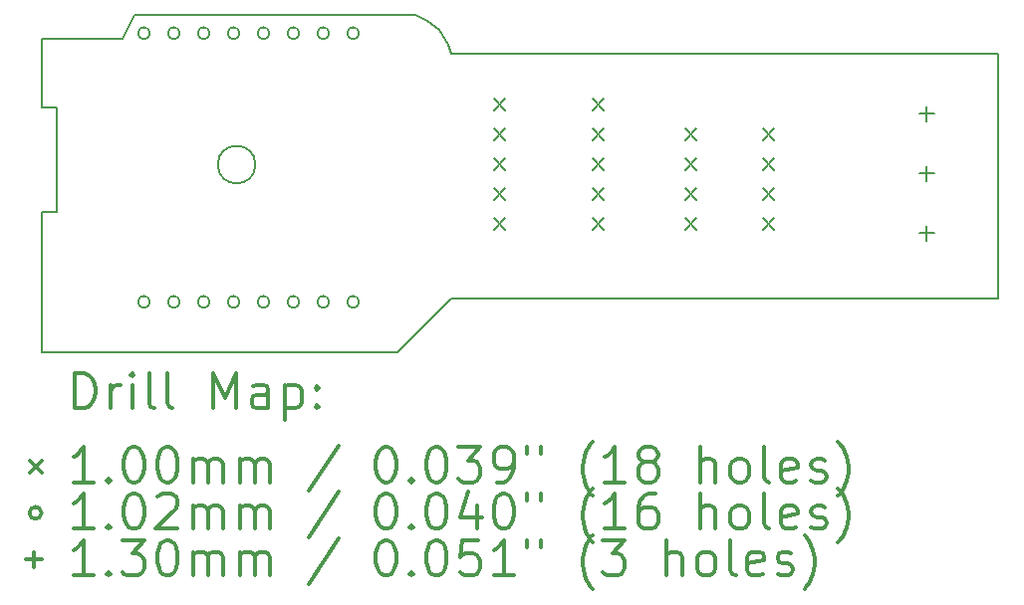
<source format=gbr>
%FSLAX45Y45*%
G04 Gerber Fmt 4.5, Leading zero omitted, Abs format (unit mm)*
G04 Created by KiCad (PCBNEW (5.0.2)-1) date 04/02/2021 11:14:41*
%MOMM*%
%LPD*%
G01*
G04 APERTURE LIST*
%ADD10C,0.150000*%
%ADD11C,0.200000*%
%ADD12C,0.300000*%
G04 APERTURE END LIST*
D10*
X11564600Y-12776200D02*
G75*
G03X11564600Y-12776200I-160000J0D01*
G01*
X17881600Y-11836400D02*
X17881600Y-13919200D01*
X14808200Y-11836400D02*
X17881600Y-11836400D01*
X13741400Y-11836400D02*
X14808200Y-11836400D01*
X13233400Y-11836400D02*
X13741400Y-11836400D01*
X13208000Y-11760200D02*
X13233400Y-11836400D01*
X13131800Y-11633200D02*
X13208000Y-11760200D01*
X13030200Y-11557000D02*
X13131800Y-11633200D01*
X12928600Y-11506200D02*
X13030200Y-11557000D01*
X12801600Y-11506200D02*
X12928600Y-11506200D01*
X10541000Y-11506200D02*
X12801600Y-11506200D01*
X10439400Y-11709400D02*
X10541000Y-11506200D01*
X9753600Y-11709400D02*
X10439400Y-11709400D01*
X9753600Y-12293600D02*
X9753600Y-11709400D01*
X9880600Y-12293600D02*
X9753600Y-12293600D01*
X9880600Y-13182600D02*
X9880600Y-12293600D01*
X9753600Y-13182600D02*
X9880600Y-13182600D01*
X9753600Y-14376400D02*
X9753600Y-13182600D01*
X13233400Y-13919200D02*
X17881600Y-13919200D01*
X12776200Y-14376400D02*
X13233400Y-13919200D01*
X12750800Y-14376400D02*
X12776200Y-14376400D01*
X10947400Y-14376400D02*
X12750800Y-14376400D01*
X10947400Y-14376400D02*
X9753600Y-14376400D01*
D11*
X13589800Y-12472200D02*
X13689800Y-12572200D01*
X13689800Y-12472200D02*
X13589800Y-12572200D01*
X15215400Y-12980200D02*
X15315400Y-13080200D01*
X15315400Y-12980200D02*
X15215400Y-13080200D01*
X15215400Y-13234200D02*
X15315400Y-13334200D01*
X15315400Y-13234200D02*
X15215400Y-13334200D01*
X14428000Y-12218200D02*
X14528000Y-12318200D01*
X14528000Y-12218200D02*
X14428000Y-12318200D01*
X14428000Y-12472200D02*
X14528000Y-12572200D01*
X14528000Y-12472200D02*
X14428000Y-12572200D01*
X14428000Y-12726200D02*
X14528000Y-12826200D01*
X14528000Y-12726200D02*
X14428000Y-12826200D01*
X14428000Y-12980200D02*
X14528000Y-13080200D01*
X14528000Y-12980200D02*
X14428000Y-13080200D01*
X14428000Y-13234200D02*
X14528000Y-13334200D01*
X14528000Y-13234200D02*
X14428000Y-13334200D01*
X15875800Y-12472200D02*
X15975800Y-12572200D01*
X15975800Y-12472200D02*
X15875800Y-12572200D01*
X15875800Y-12726200D02*
X15975800Y-12826200D01*
X15975800Y-12726200D02*
X15875800Y-12826200D01*
X15875800Y-12980200D02*
X15975800Y-13080200D01*
X15975800Y-12980200D02*
X15875800Y-13080200D01*
X15875800Y-13234200D02*
X15975800Y-13334200D01*
X15975800Y-13234200D02*
X15875800Y-13334200D01*
X13589800Y-12218200D02*
X13689800Y-12318200D01*
X13689800Y-12218200D02*
X13589800Y-12318200D01*
X13589800Y-12726200D02*
X13689800Y-12826200D01*
X13689800Y-12726200D02*
X13589800Y-12826200D01*
X13589800Y-12980200D02*
X13689800Y-13080200D01*
X13689800Y-12980200D02*
X13589800Y-13080200D01*
X13589800Y-13234200D02*
X13689800Y-13334200D01*
X13689800Y-13234200D02*
X13589800Y-13334200D01*
X15215400Y-12472200D02*
X15315400Y-12572200D01*
X15315400Y-12472200D02*
X15215400Y-12572200D01*
X15215400Y-12726200D02*
X15315400Y-12826200D01*
X15315400Y-12726200D02*
X15215400Y-12826200D01*
X10668000Y-11658600D02*
G75*
G03X10668000Y-11658600I-50800J0D01*
G01*
X10668000Y-13944600D02*
G75*
G03X10668000Y-13944600I-50800J0D01*
G01*
X10922000Y-11658600D02*
G75*
G03X10922000Y-11658600I-50800J0D01*
G01*
X10922000Y-13944600D02*
G75*
G03X10922000Y-13944600I-50800J0D01*
G01*
X11176000Y-11658600D02*
G75*
G03X11176000Y-11658600I-50800J0D01*
G01*
X11176000Y-13944600D02*
G75*
G03X11176000Y-13944600I-50800J0D01*
G01*
X11430000Y-11658600D02*
G75*
G03X11430000Y-11658600I-50800J0D01*
G01*
X11430000Y-13944600D02*
G75*
G03X11430000Y-13944600I-50800J0D01*
G01*
X11684000Y-11658600D02*
G75*
G03X11684000Y-11658600I-50800J0D01*
G01*
X11684000Y-13944600D02*
G75*
G03X11684000Y-13944600I-50800J0D01*
G01*
X11938000Y-11658600D02*
G75*
G03X11938000Y-11658600I-50800J0D01*
G01*
X11938000Y-13944600D02*
G75*
G03X11938000Y-13944600I-50800J0D01*
G01*
X12192000Y-11658600D02*
G75*
G03X12192000Y-11658600I-50800J0D01*
G01*
X12192000Y-13944600D02*
G75*
G03X12192000Y-13944600I-50800J0D01*
G01*
X12446000Y-11658600D02*
G75*
G03X12446000Y-11658600I-50800J0D01*
G01*
X12446000Y-13944600D02*
G75*
G03X12446000Y-13944600I-50800J0D01*
G01*
X17272000Y-12279400D02*
X17272000Y-12409400D01*
X17207000Y-12344400D02*
X17337000Y-12344400D01*
X17272000Y-12787400D02*
X17272000Y-12917400D01*
X17207000Y-12852400D02*
X17337000Y-12852400D01*
X17272000Y-13295400D02*
X17272000Y-13425400D01*
X17207000Y-13360400D02*
X17337000Y-13360400D01*
D12*
X10032528Y-14849614D02*
X10032528Y-14549614D01*
X10103957Y-14549614D01*
X10146814Y-14563900D01*
X10175386Y-14592471D01*
X10189671Y-14621043D01*
X10203957Y-14678186D01*
X10203957Y-14721043D01*
X10189671Y-14778186D01*
X10175386Y-14806757D01*
X10146814Y-14835329D01*
X10103957Y-14849614D01*
X10032528Y-14849614D01*
X10332528Y-14849614D02*
X10332528Y-14649614D01*
X10332528Y-14706757D02*
X10346814Y-14678186D01*
X10361100Y-14663900D01*
X10389671Y-14649614D01*
X10418243Y-14649614D01*
X10518243Y-14849614D02*
X10518243Y-14649614D01*
X10518243Y-14549614D02*
X10503957Y-14563900D01*
X10518243Y-14578186D01*
X10532528Y-14563900D01*
X10518243Y-14549614D01*
X10518243Y-14578186D01*
X10703957Y-14849614D02*
X10675386Y-14835329D01*
X10661100Y-14806757D01*
X10661100Y-14549614D01*
X10861100Y-14849614D02*
X10832528Y-14835329D01*
X10818243Y-14806757D01*
X10818243Y-14549614D01*
X11203957Y-14849614D02*
X11203957Y-14549614D01*
X11303957Y-14763900D01*
X11403957Y-14549614D01*
X11403957Y-14849614D01*
X11675386Y-14849614D02*
X11675386Y-14692471D01*
X11661100Y-14663900D01*
X11632528Y-14649614D01*
X11575386Y-14649614D01*
X11546814Y-14663900D01*
X11675386Y-14835329D02*
X11646814Y-14849614D01*
X11575386Y-14849614D01*
X11546814Y-14835329D01*
X11532528Y-14806757D01*
X11532528Y-14778186D01*
X11546814Y-14749614D01*
X11575386Y-14735329D01*
X11646814Y-14735329D01*
X11675386Y-14721043D01*
X11818243Y-14649614D02*
X11818243Y-14949614D01*
X11818243Y-14663900D02*
X11846814Y-14649614D01*
X11903957Y-14649614D01*
X11932528Y-14663900D01*
X11946814Y-14678186D01*
X11961100Y-14706757D01*
X11961100Y-14792471D01*
X11946814Y-14821043D01*
X11932528Y-14835329D01*
X11903957Y-14849614D01*
X11846814Y-14849614D01*
X11818243Y-14835329D01*
X12089671Y-14821043D02*
X12103957Y-14835329D01*
X12089671Y-14849614D01*
X12075386Y-14835329D01*
X12089671Y-14821043D01*
X12089671Y-14849614D01*
X12089671Y-14663900D02*
X12103957Y-14678186D01*
X12089671Y-14692471D01*
X12075386Y-14678186D01*
X12089671Y-14663900D01*
X12089671Y-14692471D01*
X9646100Y-15293900D02*
X9746100Y-15393900D01*
X9746100Y-15293900D02*
X9646100Y-15393900D01*
X10189671Y-15479614D02*
X10018243Y-15479614D01*
X10103957Y-15479614D02*
X10103957Y-15179614D01*
X10075386Y-15222471D01*
X10046814Y-15251043D01*
X10018243Y-15265329D01*
X10318243Y-15451043D02*
X10332528Y-15465329D01*
X10318243Y-15479614D01*
X10303957Y-15465329D01*
X10318243Y-15451043D01*
X10318243Y-15479614D01*
X10518243Y-15179614D02*
X10546814Y-15179614D01*
X10575386Y-15193900D01*
X10589671Y-15208186D01*
X10603957Y-15236757D01*
X10618243Y-15293900D01*
X10618243Y-15365329D01*
X10603957Y-15422471D01*
X10589671Y-15451043D01*
X10575386Y-15465329D01*
X10546814Y-15479614D01*
X10518243Y-15479614D01*
X10489671Y-15465329D01*
X10475386Y-15451043D01*
X10461100Y-15422471D01*
X10446814Y-15365329D01*
X10446814Y-15293900D01*
X10461100Y-15236757D01*
X10475386Y-15208186D01*
X10489671Y-15193900D01*
X10518243Y-15179614D01*
X10803957Y-15179614D02*
X10832528Y-15179614D01*
X10861100Y-15193900D01*
X10875386Y-15208186D01*
X10889671Y-15236757D01*
X10903957Y-15293900D01*
X10903957Y-15365329D01*
X10889671Y-15422471D01*
X10875386Y-15451043D01*
X10861100Y-15465329D01*
X10832528Y-15479614D01*
X10803957Y-15479614D01*
X10775386Y-15465329D01*
X10761100Y-15451043D01*
X10746814Y-15422471D01*
X10732528Y-15365329D01*
X10732528Y-15293900D01*
X10746814Y-15236757D01*
X10761100Y-15208186D01*
X10775386Y-15193900D01*
X10803957Y-15179614D01*
X11032528Y-15479614D02*
X11032528Y-15279614D01*
X11032528Y-15308186D02*
X11046814Y-15293900D01*
X11075386Y-15279614D01*
X11118243Y-15279614D01*
X11146814Y-15293900D01*
X11161100Y-15322471D01*
X11161100Y-15479614D01*
X11161100Y-15322471D02*
X11175386Y-15293900D01*
X11203957Y-15279614D01*
X11246814Y-15279614D01*
X11275386Y-15293900D01*
X11289671Y-15322471D01*
X11289671Y-15479614D01*
X11432528Y-15479614D02*
X11432528Y-15279614D01*
X11432528Y-15308186D02*
X11446814Y-15293900D01*
X11475386Y-15279614D01*
X11518243Y-15279614D01*
X11546814Y-15293900D01*
X11561100Y-15322471D01*
X11561100Y-15479614D01*
X11561100Y-15322471D02*
X11575386Y-15293900D01*
X11603957Y-15279614D01*
X11646814Y-15279614D01*
X11675386Y-15293900D01*
X11689671Y-15322471D01*
X11689671Y-15479614D01*
X12275386Y-15165329D02*
X12018243Y-15551043D01*
X12661100Y-15179614D02*
X12689671Y-15179614D01*
X12718243Y-15193900D01*
X12732528Y-15208186D01*
X12746814Y-15236757D01*
X12761100Y-15293900D01*
X12761100Y-15365329D01*
X12746814Y-15422471D01*
X12732528Y-15451043D01*
X12718243Y-15465329D01*
X12689671Y-15479614D01*
X12661100Y-15479614D01*
X12632528Y-15465329D01*
X12618243Y-15451043D01*
X12603957Y-15422471D01*
X12589671Y-15365329D01*
X12589671Y-15293900D01*
X12603957Y-15236757D01*
X12618243Y-15208186D01*
X12632528Y-15193900D01*
X12661100Y-15179614D01*
X12889671Y-15451043D02*
X12903957Y-15465329D01*
X12889671Y-15479614D01*
X12875386Y-15465329D01*
X12889671Y-15451043D01*
X12889671Y-15479614D01*
X13089671Y-15179614D02*
X13118243Y-15179614D01*
X13146814Y-15193900D01*
X13161100Y-15208186D01*
X13175386Y-15236757D01*
X13189671Y-15293900D01*
X13189671Y-15365329D01*
X13175386Y-15422471D01*
X13161100Y-15451043D01*
X13146814Y-15465329D01*
X13118243Y-15479614D01*
X13089671Y-15479614D01*
X13061100Y-15465329D01*
X13046814Y-15451043D01*
X13032528Y-15422471D01*
X13018243Y-15365329D01*
X13018243Y-15293900D01*
X13032528Y-15236757D01*
X13046814Y-15208186D01*
X13061100Y-15193900D01*
X13089671Y-15179614D01*
X13289671Y-15179614D02*
X13475386Y-15179614D01*
X13375386Y-15293900D01*
X13418243Y-15293900D01*
X13446814Y-15308186D01*
X13461100Y-15322471D01*
X13475386Y-15351043D01*
X13475386Y-15422471D01*
X13461100Y-15451043D01*
X13446814Y-15465329D01*
X13418243Y-15479614D01*
X13332528Y-15479614D01*
X13303957Y-15465329D01*
X13289671Y-15451043D01*
X13618243Y-15479614D02*
X13675386Y-15479614D01*
X13703957Y-15465329D01*
X13718243Y-15451043D01*
X13746814Y-15408186D01*
X13761100Y-15351043D01*
X13761100Y-15236757D01*
X13746814Y-15208186D01*
X13732528Y-15193900D01*
X13703957Y-15179614D01*
X13646814Y-15179614D01*
X13618243Y-15193900D01*
X13603957Y-15208186D01*
X13589671Y-15236757D01*
X13589671Y-15308186D01*
X13603957Y-15336757D01*
X13618243Y-15351043D01*
X13646814Y-15365329D01*
X13703957Y-15365329D01*
X13732528Y-15351043D01*
X13746814Y-15336757D01*
X13761100Y-15308186D01*
X13875386Y-15179614D02*
X13875386Y-15236757D01*
X13989671Y-15179614D02*
X13989671Y-15236757D01*
X14432528Y-15593900D02*
X14418243Y-15579614D01*
X14389671Y-15536757D01*
X14375386Y-15508186D01*
X14361100Y-15465329D01*
X14346814Y-15393900D01*
X14346814Y-15336757D01*
X14361100Y-15265329D01*
X14375386Y-15222471D01*
X14389671Y-15193900D01*
X14418243Y-15151043D01*
X14432528Y-15136757D01*
X14703957Y-15479614D02*
X14532528Y-15479614D01*
X14618243Y-15479614D02*
X14618243Y-15179614D01*
X14589671Y-15222471D01*
X14561100Y-15251043D01*
X14532528Y-15265329D01*
X14875386Y-15308186D02*
X14846814Y-15293900D01*
X14832528Y-15279614D01*
X14818243Y-15251043D01*
X14818243Y-15236757D01*
X14832528Y-15208186D01*
X14846814Y-15193900D01*
X14875386Y-15179614D01*
X14932528Y-15179614D01*
X14961100Y-15193900D01*
X14975386Y-15208186D01*
X14989671Y-15236757D01*
X14989671Y-15251043D01*
X14975386Y-15279614D01*
X14961100Y-15293900D01*
X14932528Y-15308186D01*
X14875386Y-15308186D01*
X14846814Y-15322471D01*
X14832528Y-15336757D01*
X14818243Y-15365329D01*
X14818243Y-15422471D01*
X14832528Y-15451043D01*
X14846814Y-15465329D01*
X14875386Y-15479614D01*
X14932528Y-15479614D01*
X14961100Y-15465329D01*
X14975386Y-15451043D01*
X14989671Y-15422471D01*
X14989671Y-15365329D01*
X14975386Y-15336757D01*
X14961100Y-15322471D01*
X14932528Y-15308186D01*
X15346814Y-15479614D02*
X15346814Y-15179614D01*
X15475386Y-15479614D02*
X15475386Y-15322471D01*
X15461100Y-15293900D01*
X15432528Y-15279614D01*
X15389671Y-15279614D01*
X15361100Y-15293900D01*
X15346814Y-15308186D01*
X15661100Y-15479614D02*
X15632528Y-15465329D01*
X15618243Y-15451043D01*
X15603957Y-15422471D01*
X15603957Y-15336757D01*
X15618243Y-15308186D01*
X15632528Y-15293900D01*
X15661100Y-15279614D01*
X15703957Y-15279614D01*
X15732528Y-15293900D01*
X15746814Y-15308186D01*
X15761100Y-15336757D01*
X15761100Y-15422471D01*
X15746814Y-15451043D01*
X15732528Y-15465329D01*
X15703957Y-15479614D01*
X15661100Y-15479614D01*
X15932528Y-15479614D02*
X15903957Y-15465329D01*
X15889671Y-15436757D01*
X15889671Y-15179614D01*
X16161100Y-15465329D02*
X16132528Y-15479614D01*
X16075386Y-15479614D01*
X16046814Y-15465329D01*
X16032528Y-15436757D01*
X16032528Y-15322471D01*
X16046814Y-15293900D01*
X16075386Y-15279614D01*
X16132528Y-15279614D01*
X16161100Y-15293900D01*
X16175386Y-15322471D01*
X16175386Y-15351043D01*
X16032528Y-15379614D01*
X16289671Y-15465329D02*
X16318243Y-15479614D01*
X16375386Y-15479614D01*
X16403957Y-15465329D01*
X16418243Y-15436757D01*
X16418243Y-15422471D01*
X16403957Y-15393900D01*
X16375386Y-15379614D01*
X16332528Y-15379614D01*
X16303957Y-15365329D01*
X16289671Y-15336757D01*
X16289671Y-15322471D01*
X16303957Y-15293900D01*
X16332528Y-15279614D01*
X16375386Y-15279614D01*
X16403957Y-15293900D01*
X16518243Y-15593900D02*
X16532528Y-15579614D01*
X16561100Y-15536757D01*
X16575386Y-15508186D01*
X16589671Y-15465329D01*
X16603957Y-15393900D01*
X16603957Y-15336757D01*
X16589671Y-15265329D01*
X16575386Y-15222471D01*
X16561100Y-15193900D01*
X16532528Y-15151043D01*
X16518243Y-15136757D01*
X9746100Y-15739900D02*
G75*
G03X9746100Y-15739900I-50800J0D01*
G01*
X10189671Y-15875614D02*
X10018243Y-15875614D01*
X10103957Y-15875614D02*
X10103957Y-15575614D01*
X10075386Y-15618471D01*
X10046814Y-15647043D01*
X10018243Y-15661329D01*
X10318243Y-15847043D02*
X10332528Y-15861329D01*
X10318243Y-15875614D01*
X10303957Y-15861329D01*
X10318243Y-15847043D01*
X10318243Y-15875614D01*
X10518243Y-15575614D02*
X10546814Y-15575614D01*
X10575386Y-15589900D01*
X10589671Y-15604186D01*
X10603957Y-15632757D01*
X10618243Y-15689900D01*
X10618243Y-15761329D01*
X10603957Y-15818471D01*
X10589671Y-15847043D01*
X10575386Y-15861329D01*
X10546814Y-15875614D01*
X10518243Y-15875614D01*
X10489671Y-15861329D01*
X10475386Y-15847043D01*
X10461100Y-15818471D01*
X10446814Y-15761329D01*
X10446814Y-15689900D01*
X10461100Y-15632757D01*
X10475386Y-15604186D01*
X10489671Y-15589900D01*
X10518243Y-15575614D01*
X10732528Y-15604186D02*
X10746814Y-15589900D01*
X10775386Y-15575614D01*
X10846814Y-15575614D01*
X10875386Y-15589900D01*
X10889671Y-15604186D01*
X10903957Y-15632757D01*
X10903957Y-15661329D01*
X10889671Y-15704186D01*
X10718243Y-15875614D01*
X10903957Y-15875614D01*
X11032528Y-15875614D02*
X11032528Y-15675614D01*
X11032528Y-15704186D02*
X11046814Y-15689900D01*
X11075386Y-15675614D01*
X11118243Y-15675614D01*
X11146814Y-15689900D01*
X11161100Y-15718471D01*
X11161100Y-15875614D01*
X11161100Y-15718471D02*
X11175386Y-15689900D01*
X11203957Y-15675614D01*
X11246814Y-15675614D01*
X11275386Y-15689900D01*
X11289671Y-15718471D01*
X11289671Y-15875614D01*
X11432528Y-15875614D02*
X11432528Y-15675614D01*
X11432528Y-15704186D02*
X11446814Y-15689900D01*
X11475386Y-15675614D01*
X11518243Y-15675614D01*
X11546814Y-15689900D01*
X11561100Y-15718471D01*
X11561100Y-15875614D01*
X11561100Y-15718471D02*
X11575386Y-15689900D01*
X11603957Y-15675614D01*
X11646814Y-15675614D01*
X11675386Y-15689900D01*
X11689671Y-15718471D01*
X11689671Y-15875614D01*
X12275386Y-15561329D02*
X12018243Y-15947043D01*
X12661100Y-15575614D02*
X12689671Y-15575614D01*
X12718243Y-15589900D01*
X12732528Y-15604186D01*
X12746814Y-15632757D01*
X12761100Y-15689900D01*
X12761100Y-15761329D01*
X12746814Y-15818471D01*
X12732528Y-15847043D01*
X12718243Y-15861329D01*
X12689671Y-15875614D01*
X12661100Y-15875614D01*
X12632528Y-15861329D01*
X12618243Y-15847043D01*
X12603957Y-15818471D01*
X12589671Y-15761329D01*
X12589671Y-15689900D01*
X12603957Y-15632757D01*
X12618243Y-15604186D01*
X12632528Y-15589900D01*
X12661100Y-15575614D01*
X12889671Y-15847043D02*
X12903957Y-15861329D01*
X12889671Y-15875614D01*
X12875386Y-15861329D01*
X12889671Y-15847043D01*
X12889671Y-15875614D01*
X13089671Y-15575614D02*
X13118243Y-15575614D01*
X13146814Y-15589900D01*
X13161100Y-15604186D01*
X13175386Y-15632757D01*
X13189671Y-15689900D01*
X13189671Y-15761329D01*
X13175386Y-15818471D01*
X13161100Y-15847043D01*
X13146814Y-15861329D01*
X13118243Y-15875614D01*
X13089671Y-15875614D01*
X13061100Y-15861329D01*
X13046814Y-15847043D01*
X13032528Y-15818471D01*
X13018243Y-15761329D01*
X13018243Y-15689900D01*
X13032528Y-15632757D01*
X13046814Y-15604186D01*
X13061100Y-15589900D01*
X13089671Y-15575614D01*
X13446814Y-15675614D02*
X13446814Y-15875614D01*
X13375386Y-15561329D02*
X13303957Y-15775614D01*
X13489671Y-15775614D01*
X13661100Y-15575614D02*
X13689671Y-15575614D01*
X13718243Y-15589900D01*
X13732528Y-15604186D01*
X13746814Y-15632757D01*
X13761100Y-15689900D01*
X13761100Y-15761329D01*
X13746814Y-15818471D01*
X13732528Y-15847043D01*
X13718243Y-15861329D01*
X13689671Y-15875614D01*
X13661100Y-15875614D01*
X13632528Y-15861329D01*
X13618243Y-15847043D01*
X13603957Y-15818471D01*
X13589671Y-15761329D01*
X13589671Y-15689900D01*
X13603957Y-15632757D01*
X13618243Y-15604186D01*
X13632528Y-15589900D01*
X13661100Y-15575614D01*
X13875386Y-15575614D02*
X13875386Y-15632757D01*
X13989671Y-15575614D02*
X13989671Y-15632757D01*
X14432528Y-15989900D02*
X14418243Y-15975614D01*
X14389671Y-15932757D01*
X14375386Y-15904186D01*
X14361100Y-15861329D01*
X14346814Y-15789900D01*
X14346814Y-15732757D01*
X14361100Y-15661329D01*
X14375386Y-15618471D01*
X14389671Y-15589900D01*
X14418243Y-15547043D01*
X14432528Y-15532757D01*
X14703957Y-15875614D02*
X14532528Y-15875614D01*
X14618243Y-15875614D02*
X14618243Y-15575614D01*
X14589671Y-15618471D01*
X14561100Y-15647043D01*
X14532528Y-15661329D01*
X14961100Y-15575614D02*
X14903957Y-15575614D01*
X14875386Y-15589900D01*
X14861100Y-15604186D01*
X14832528Y-15647043D01*
X14818243Y-15704186D01*
X14818243Y-15818471D01*
X14832528Y-15847043D01*
X14846814Y-15861329D01*
X14875386Y-15875614D01*
X14932528Y-15875614D01*
X14961100Y-15861329D01*
X14975386Y-15847043D01*
X14989671Y-15818471D01*
X14989671Y-15747043D01*
X14975386Y-15718471D01*
X14961100Y-15704186D01*
X14932528Y-15689900D01*
X14875386Y-15689900D01*
X14846814Y-15704186D01*
X14832528Y-15718471D01*
X14818243Y-15747043D01*
X15346814Y-15875614D02*
X15346814Y-15575614D01*
X15475386Y-15875614D02*
X15475386Y-15718471D01*
X15461100Y-15689900D01*
X15432528Y-15675614D01*
X15389671Y-15675614D01*
X15361100Y-15689900D01*
X15346814Y-15704186D01*
X15661100Y-15875614D02*
X15632528Y-15861329D01*
X15618243Y-15847043D01*
X15603957Y-15818471D01*
X15603957Y-15732757D01*
X15618243Y-15704186D01*
X15632528Y-15689900D01*
X15661100Y-15675614D01*
X15703957Y-15675614D01*
X15732528Y-15689900D01*
X15746814Y-15704186D01*
X15761100Y-15732757D01*
X15761100Y-15818471D01*
X15746814Y-15847043D01*
X15732528Y-15861329D01*
X15703957Y-15875614D01*
X15661100Y-15875614D01*
X15932528Y-15875614D02*
X15903957Y-15861329D01*
X15889671Y-15832757D01*
X15889671Y-15575614D01*
X16161100Y-15861329D02*
X16132528Y-15875614D01*
X16075386Y-15875614D01*
X16046814Y-15861329D01*
X16032528Y-15832757D01*
X16032528Y-15718471D01*
X16046814Y-15689900D01*
X16075386Y-15675614D01*
X16132528Y-15675614D01*
X16161100Y-15689900D01*
X16175386Y-15718471D01*
X16175386Y-15747043D01*
X16032528Y-15775614D01*
X16289671Y-15861329D02*
X16318243Y-15875614D01*
X16375386Y-15875614D01*
X16403957Y-15861329D01*
X16418243Y-15832757D01*
X16418243Y-15818471D01*
X16403957Y-15789900D01*
X16375386Y-15775614D01*
X16332528Y-15775614D01*
X16303957Y-15761329D01*
X16289671Y-15732757D01*
X16289671Y-15718471D01*
X16303957Y-15689900D01*
X16332528Y-15675614D01*
X16375386Y-15675614D01*
X16403957Y-15689900D01*
X16518243Y-15989900D02*
X16532528Y-15975614D01*
X16561100Y-15932757D01*
X16575386Y-15904186D01*
X16589671Y-15861329D01*
X16603957Y-15789900D01*
X16603957Y-15732757D01*
X16589671Y-15661329D01*
X16575386Y-15618471D01*
X16561100Y-15589900D01*
X16532528Y-15547043D01*
X16518243Y-15532757D01*
X9681100Y-16070900D02*
X9681100Y-16200900D01*
X9616100Y-16135900D02*
X9746100Y-16135900D01*
X10189671Y-16271614D02*
X10018243Y-16271614D01*
X10103957Y-16271614D02*
X10103957Y-15971614D01*
X10075386Y-16014471D01*
X10046814Y-16043043D01*
X10018243Y-16057329D01*
X10318243Y-16243043D02*
X10332528Y-16257329D01*
X10318243Y-16271614D01*
X10303957Y-16257329D01*
X10318243Y-16243043D01*
X10318243Y-16271614D01*
X10432528Y-15971614D02*
X10618243Y-15971614D01*
X10518243Y-16085900D01*
X10561100Y-16085900D01*
X10589671Y-16100186D01*
X10603957Y-16114471D01*
X10618243Y-16143043D01*
X10618243Y-16214471D01*
X10603957Y-16243043D01*
X10589671Y-16257329D01*
X10561100Y-16271614D01*
X10475386Y-16271614D01*
X10446814Y-16257329D01*
X10432528Y-16243043D01*
X10803957Y-15971614D02*
X10832528Y-15971614D01*
X10861100Y-15985900D01*
X10875386Y-16000186D01*
X10889671Y-16028757D01*
X10903957Y-16085900D01*
X10903957Y-16157329D01*
X10889671Y-16214471D01*
X10875386Y-16243043D01*
X10861100Y-16257329D01*
X10832528Y-16271614D01*
X10803957Y-16271614D01*
X10775386Y-16257329D01*
X10761100Y-16243043D01*
X10746814Y-16214471D01*
X10732528Y-16157329D01*
X10732528Y-16085900D01*
X10746814Y-16028757D01*
X10761100Y-16000186D01*
X10775386Y-15985900D01*
X10803957Y-15971614D01*
X11032528Y-16271614D02*
X11032528Y-16071614D01*
X11032528Y-16100186D02*
X11046814Y-16085900D01*
X11075386Y-16071614D01*
X11118243Y-16071614D01*
X11146814Y-16085900D01*
X11161100Y-16114471D01*
X11161100Y-16271614D01*
X11161100Y-16114471D02*
X11175386Y-16085900D01*
X11203957Y-16071614D01*
X11246814Y-16071614D01*
X11275386Y-16085900D01*
X11289671Y-16114471D01*
X11289671Y-16271614D01*
X11432528Y-16271614D02*
X11432528Y-16071614D01*
X11432528Y-16100186D02*
X11446814Y-16085900D01*
X11475386Y-16071614D01*
X11518243Y-16071614D01*
X11546814Y-16085900D01*
X11561100Y-16114471D01*
X11561100Y-16271614D01*
X11561100Y-16114471D02*
X11575386Y-16085900D01*
X11603957Y-16071614D01*
X11646814Y-16071614D01*
X11675386Y-16085900D01*
X11689671Y-16114471D01*
X11689671Y-16271614D01*
X12275386Y-15957329D02*
X12018243Y-16343043D01*
X12661100Y-15971614D02*
X12689671Y-15971614D01*
X12718243Y-15985900D01*
X12732528Y-16000186D01*
X12746814Y-16028757D01*
X12761100Y-16085900D01*
X12761100Y-16157329D01*
X12746814Y-16214471D01*
X12732528Y-16243043D01*
X12718243Y-16257329D01*
X12689671Y-16271614D01*
X12661100Y-16271614D01*
X12632528Y-16257329D01*
X12618243Y-16243043D01*
X12603957Y-16214471D01*
X12589671Y-16157329D01*
X12589671Y-16085900D01*
X12603957Y-16028757D01*
X12618243Y-16000186D01*
X12632528Y-15985900D01*
X12661100Y-15971614D01*
X12889671Y-16243043D02*
X12903957Y-16257329D01*
X12889671Y-16271614D01*
X12875386Y-16257329D01*
X12889671Y-16243043D01*
X12889671Y-16271614D01*
X13089671Y-15971614D02*
X13118243Y-15971614D01*
X13146814Y-15985900D01*
X13161100Y-16000186D01*
X13175386Y-16028757D01*
X13189671Y-16085900D01*
X13189671Y-16157329D01*
X13175386Y-16214471D01*
X13161100Y-16243043D01*
X13146814Y-16257329D01*
X13118243Y-16271614D01*
X13089671Y-16271614D01*
X13061100Y-16257329D01*
X13046814Y-16243043D01*
X13032528Y-16214471D01*
X13018243Y-16157329D01*
X13018243Y-16085900D01*
X13032528Y-16028757D01*
X13046814Y-16000186D01*
X13061100Y-15985900D01*
X13089671Y-15971614D01*
X13461100Y-15971614D02*
X13318243Y-15971614D01*
X13303957Y-16114471D01*
X13318243Y-16100186D01*
X13346814Y-16085900D01*
X13418243Y-16085900D01*
X13446814Y-16100186D01*
X13461100Y-16114471D01*
X13475386Y-16143043D01*
X13475386Y-16214471D01*
X13461100Y-16243043D01*
X13446814Y-16257329D01*
X13418243Y-16271614D01*
X13346814Y-16271614D01*
X13318243Y-16257329D01*
X13303957Y-16243043D01*
X13761100Y-16271614D02*
X13589671Y-16271614D01*
X13675386Y-16271614D02*
X13675386Y-15971614D01*
X13646814Y-16014471D01*
X13618243Y-16043043D01*
X13589671Y-16057329D01*
X13875386Y-15971614D02*
X13875386Y-16028757D01*
X13989671Y-15971614D02*
X13989671Y-16028757D01*
X14432528Y-16385900D02*
X14418243Y-16371614D01*
X14389671Y-16328757D01*
X14375386Y-16300186D01*
X14361100Y-16257329D01*
X14346814Y-16185900D01*
X14346814Y-16128757D01*
X14361100Y-16057329D01*
X14375386Y-16014471D01*
X14389671Y-15985900D01*
X14418243Y-15943043D01*
X14432528Y-15928757D01*
X14518243Y-15971614D02*
X14703957Y-15971614D01*
X14603957Y-16085900D01*
X14646814Y-16085900D01*
X14675386Y-16100186D01*
X14689671Y-16114471D01*
X14703957Y-16143043D01*
X14703957Y-16214471D01*
X14689671Y-16243043D01*
X14675386Y-16257329D01*
X14646814Y-16271614D01*
X14561100Y-16271614D01*
X14532528Y-16257329D01*
X14518243Y-16243043D01*
X15061100Y-16271614D02*
X15061100Y-15971614D01*
X15189671Y-16271614D02*
X15189671Y-16114471D01*
X15175386Y-16085900D01*
X15146814Y-16071614D01*
X15103957Y-16071614D01*
X15075386Y-16085900D01*
X15061100Y-16100186D01*
X15375386Y-16271614D02*
X15346814Y-16257329D01*
X15332528Y-16243043D01*
X15318243Y-16214471D01*
X15318243Y-16128757D01*
X15332528Y-16100186D01*
X15346814Y-16085900D01*
X15375386Y-16071614D01*
X15418243Y-16071614D01*
X15446814Y-16085900D01*
X15461100Y-16100186D01*
X15475386Y-16128757D01*
X15475386Y-16214471D01*
X15461100Y-16243043D01*
X15446814Y-16257329D01*
X15418243Y-16271614D01*
X15375386Y-16271614D01*
X15646814Y-16271614D02*
X15618243Y-16257329D01*
X15603957Y-16228757D01*
X15603957Y-15971614D01*
X15875386Y-16257329D02*
X15846814Y-16271614D01*
X15789671Y-16271614D01*
X15761100Y-16257329D01*
X15746814Y-16228757D01*
X15746814Y-16114471D01*
X15761100Y-16085900D01*
X15789671Y-16071614D01*
X15846814Y-16071614D01*
X15875386Y-16085900D01*
X15889671Y-16114471D01*
X15889671Y-16143043D01*
X15746814Y-16171614D01*
X16003957Y-16257329D02*
X16032528Y-16271614D01*
X16089671Y-16271614D01*
X16118243Y-16257329D01*
X16132528Y-16228757D01*
X16132528Y-16214471D01*
X16118243Y-16185900D01*
X16089671Y-16171614D01*
X16046814Y-16171614D01*
X16018243Y-16157329D01*
X16003957Y-16128757D01*
X16003957Y-16114471D01*
X16018243Y-16085900D01*
X16046814Y-16071614D01*
X16089671Y-16071614D01*
X16118243Y-16085900D01*
X16232528Y-16385900D02*
X16246814Y-16371614D01*
X16275386Y-16328757D01*
X16289671Y-16300186D01*
X16303957Y-16257329D01*
X16318243Y-16185900D01*
X16318243Y-16128757D01*
X16303957Y-16057329D01*
X16289671Y-16014471D01*
X16275386Y-15985900D01*
X16246814Y-15943043D01*
X16232528Y-15928757D01*
M02*

</source>
